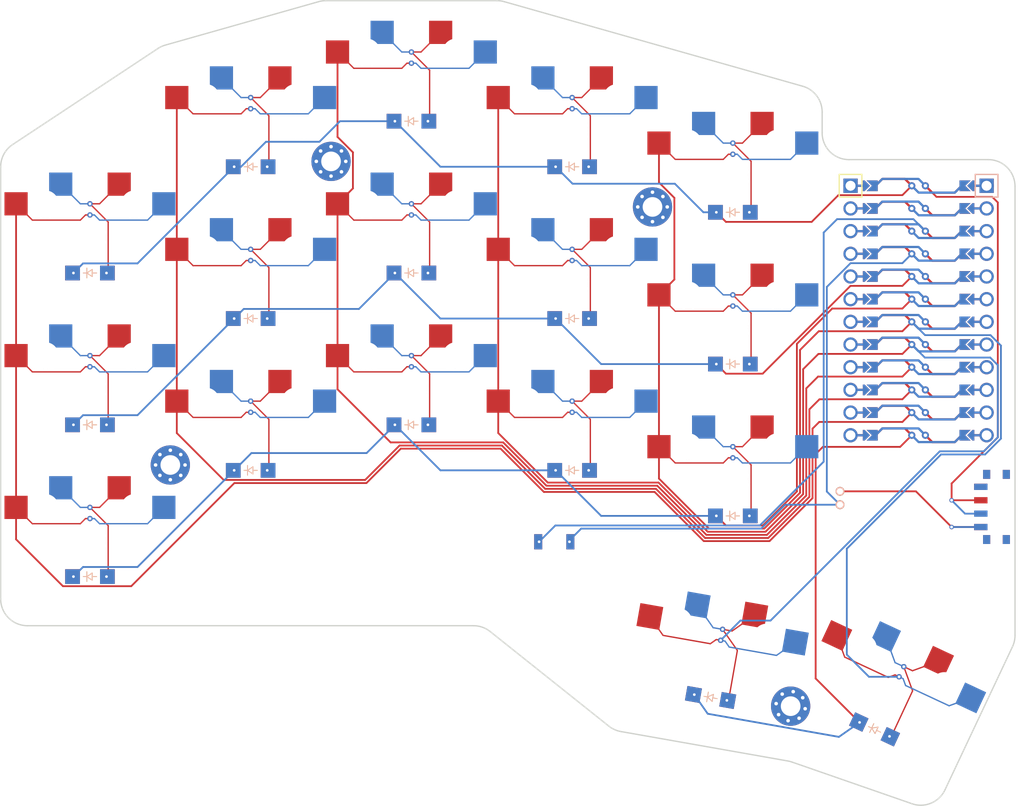
<source format=kicad_pcb>
(kicad_pcb (version 20221018) (generator pcbnew)
  (title_block (title "smcboard") (rev "v1.0.0") (company "Unknown"))
  (layers (0 "F.Cu" signal) (31 "B.Cu" signal) (34 "B.Paste" user) (35 "F.Paste" user) (36 "B.SilkS" user "B.Silkscreen") (37 "F.SilkS" user "F.Silkscreen") (38 "B.Mask" user) (39 "F.Mask" user) (44 "Edge.Cuts" user))
  (net 0 "")
  (net 1 "RAW")
  (net 2 "GND")
  (net 3 "RST")
  (net 4 "VCC")
  (net 5 "P21")
  (net 6 "P20")
  (net 7 "P19")
  (net 8 "P18")
  (net 9 "P15")
  (net 10 "P14")
  (net 11 "P16")
  (net 12 "P10")
  (net 13 "P1")
  (net 14 "P0")
  (net 15 "P2")
  (net 16 "P3")
  (net 17 "P4")
  (net 18 "P5")
  (net 19 "P6")
  (net 20 "P7")
  (net 21 "P8")
  (net 22 "P9")
  (net 23 "pos")
  (net 24 "pinky_bottom")
  (net 25 "pinky_home")
  (net 26 "pinky_top")
  (net 27 "ring_bottom")
  (net 28 "ring_home")
  (net 29 "ring_top")
  (net 30 "middle_bottom")
  (net 31 "middle_home")
  (net 32 "middle_top")
  (net 33 "index_bottom")
  (net 34 "index_home")
  (net 35 "index_top")
  (net 36 "inner_bottom")
  (net 37 "inner_home")
  (net 38 "inner_top")
  (net 39 "index_thome")
  (net 40 "inner_thome")
  (footprint "lib:bat" (layer "F.Cu") (at 183.327819 95.22931)
    (fp_text reference "")
    (fp_text value "")
  )
  (footprint "ComboDiode" (layer "F.Cu") (at 187.195241 121.140921 -25)
    (fp_text reference "D17" hide)
    (fp_text value "" hide)
  )
  (footprint "ComboDiode" (layer "F.Cu") (at 99.32782 87.02931)
    (fp_text reference "D2" hide)
    (fp_text value "" hide)
  )
  (footprint "MountingHole_2.2mm_M2_Pad_Via" (layer "F.Cu") (at 177.800686 118.54049 -10)
    (fp_text reference "_41" hide)
    (fp_text value "")
  )
  (footprint "VIA-0.6mm" (layer "F.Cu") (at 171.327819 89.47931)
    (fp_text reference "REF**" hide)
    (fp_text value "VIA-0.6mm" hide)
  )
  (footprint "ComboDiode" (layer "F.Cu") (at 171.32782 63.22931)
    (fp_text reference "D15" hide)
    (fp_text value "" hide)
  )
  (footprint "VIA-0.6mm" (layer "F.Cu") (at 153.32782 67.37931)
    (fp_text reference "REF**" hide)
    (fp_text value "VIA-0.6mm" hide)
  )
  (footprint "ComboDiode" (layer "F.Cu") (at 171.32782 80.22931)
    (fp_text reference "D14" hide)
    (fp_text value "" hide)
  )
  (footprint "PG1350" (layer "F.Cu") (at 135.327819 83.02931)
    (fp_text reference "S7" hide)
    (fp_text value "" hide)
  )
  (footprint "Button_Switch_SMD:SW_SPST_B3U-1000P" (layer "F.Cu") (at 151.327819 100.12931)
    (fp_text reference "")
    (fp_text value "")
  )
  (footprint "VIA-0.6mm" (layer "F.Cu") (at 171.32782 73.72931)
    (fp_text reference "REF**" hide)
    (fp_text value "VIA-0.6mm" hide)
  )
  (footprint "VIA-0.6mm" (layer "F.Cu") (at 117.32782 67.379309)
    (fp_text reference "REF**" hide)
    (fp_text value "VIA-0.6mm" hide)
  )
  (footprint "MountingHole_2.2mm_M2_Pad_Via" (layer "F.Cu") (at 126.327819 57.52931)
    (fp_text reference "_39" hide)
    (fp_text value "")
  )
  (footprint "ComboDiode" (layer "F.Cu") (at 135.327819 87.02931)
    (fp_text reference "D7" hide)
    (fp_text value "" hide)
  )
  (footprint "VIA-0.6mm" (layer "F.Cu") (at 99.32782 79.27931)
    (fp_text reference "REF**" hide)
    (fp_text value "VIA-0.6mm" hide)
  )
  (footprint "ComboDiode" (layer "F.Cu") (at 153.327819 92.12931)
    (fp_text reference "D10" hide)
    (fp_text value "" hide)
  )
  (footprint "PG1350" (layer "F.Cu") (at 99.327819 100.02931)
    (fp_text reference "S1" hide)
    (fp_text value "" hide)
  )
  (footprint "ComboDiode" (layer "F.Cu") (at 117.327819 75.12931)
    (fp_text reference "D5" hide)
    (fp_text value "" hide)
  )
  (footprint "VIA-0.6mm" (layer "F.Cu") (at 99.32782 63.52931)
    (fp_text reference "REF**" hide)
    (fp_text value "VIA-0.6mm" hide)
  )
  (footprint "VIA-0.6mm" (layer "F.Cu") (at 135.32782 62.27931)
    (fp_text reference "REF**" hide)
    (fp_text value "VIA-0.6mm" hide)
  )
  (footprint "VIA-0.6mm" (layer "F.Cu") (at 171.327819 55.47931)
    (fp_text reference "REF**" hide)
    (fp_text value "VIA-0.6mm" hide)
  )
  (footprint "MountingHole_2.2mm_M2_Pad_Via" (layer "F.Cu") (at 162.32782 62.62931)
    (fp_text reference "_40" hide)
    (fp_text value "")
  )
  (footprint "PG1350" (layer "F.Cu") (at 99.327819 83.02931)
    (fp_text reference "S2" hide)
    (fp_text value "" hide)
  )
  (footprint "VIA-0.6mm" (layer "F.Cu") (at 99.32782 80.52931)
    (fp_text reference "REF**" hide)
    (fp_text value "VIA-0.6mm" hide)
  )
  (footprint "VIA-0.6mm" (layer "F.Cu") (at 153.327819 51.62931)
    (fp_text reference "REF**" hide)
    (fp_text value "VIA-0.6mm" hide)
  )
  (footprint "VIA-0.6mm" (layer "F.Cu") (at 117.32782 51.62931)
    (fp_text reference "REF**" hide)
    (fp_text value "VIA-0.6mm" hide)
  )
  (footprint "VIA-0.6mm" (layer "F.Cu") (at 99.32782 62.27931)
    (fp_text reference "REF**" hide)
    (fp_text value "VIA-0.6mm" hide)
  )
  (footprint "PG1350" (layer "F.Cu") (at 117.32782 71.12931)
    (fp_text reference "S5" hide)
    (fp_text value "" hide)
  )
  (footprint "ComboDiode" (layer "F.Cu") (at 117.327819 92.129309)
    (fp_text reference "D4" hide)
    (fp_text value "" hide)
  )
  (footprint "VIA-0.6mm" (layer "F.Cu") (at 117.32782 84.37931)
    (fp_text reference "REF**" hide)
    (fp_text value "VIA-0.6mm" hide)
  )
  (footprint "VIA-0.6mm" (layer "F.Cu") (at 189.942259 115.249921 -25)
    (fp_text reference "REF**" hide)
    (fp_text value "VIA-0.6mm" hide)
  )
  (footprint "VIA-0.6mm" (layer "F.Cu") (at 99.32782 96.27931)
    (fp_text reference "REF**" hide)
    (fp_text value "VIA-0.6mm" hide)
  )
  (footprint "ProMicro" (layer "F.Cu") (at 192.12782 74.22931 -90)
    (fp_text reference "MCU1" hide)
    (fp_text value "")
  )
  (footprint "VIA-0.6mm" (layer "F.Cu") (at 171.32782 90.72931)
    (fp_text reference "REF**" hide)
    (fp_text value "VIA-0.6mm" hide)
  )
  (footprint "ComboDiode" (layer "F.Cu") (at 135.32782 53.02931)
    (fp_text reference "D9" hide)
    (fp_text value "" hide)
  )
  (footprint "VIA-0.6mm" (layer "F.Cu") (at 135.32782 63.529309)
    (fp_text reference "REF**" hide)
    (fp_text value "VIA-0.6mm" hide)
  )
  (footprint "VIA-0.6mm" (layer "F.Cu") (at 135.32782 46.52931)
    (fp_text reference "REF**" hide)
    (fp_text value "VIA-0.6mm" hide)
  )
  (footprint "PG1350" (layer "F.Cu") (at 171.32782 59.22931)
    (fp_text reference "S15" hide)
    (fp_text value "" hide)
  )
  (footprint "Button_Switch_SMD:SW_SPDT_PCM12" (layer "F.Cu") (at 200.52782 96.22931 90)
    (fp_text reference "")
    (fp_text value "")
  )
  (footprint "PG1350" (layer "F.Cu") (at 171.32782 76.229309)
    (fp_text reference "S14" hide)
    (fp_text value "" hide)
  )
  (footprint "PG1350" (layer "F.Cu") (at 135.327819 66.02931)
    (fp_text reference "S8" hide)
    (fp_text value "" hide)
  )
  (footprint "ComboDiode" (layer "F.Cu") (at 117.327819 58.12931)
    (fp_text reference "D6" hide)
    (fp_text value "" hide)
  )
  (footprint "VIA-0.6mm" (layer "F.Cu") (at 153.32782 50.37931)
    (fp_text reference "REF**" hide)
    (fp_text value "VIA-0.6mm" hide)
  )
  (footprint "ComboDiode" (layer "F.Cu") (at 135.32782 70.02931)
    (fp_text reference "D8" hide)
    (fp_text value "" hide)
  )
  (footprint "VIA-0.6mm" (layer "F.Cu") (at 99.32782 97.529309)
    (fp_text reference "REF**" hide)
    (fp_text value "VIA-0.6mm" hide)
  )
  (footprint "PG1350" (layer "F.Cu") (at 169.52782 113.62931 -10)
    (fp_text reference "S16" hide)
    (fp_text value "" hide)
  )
  (footprint "VIA-0.6mm" (layer "F.Cu") (at 117.32782 85.62931)
    (fp_text reference "REF**" hide)
    (fp_text value "VIA-0.6mm" hide)
  )
  (footprint "VIA-0.6mm" (layer "F.Cu") (at 117.32782 68.62931)
    (fp_text reference "REF**" hide)
    (fp_text value "VIA-0.6mm" hide)
  )
  (footprint "MountingHole_2.2mm_M2_Pad_Via" (layer "F.Cu") (at 108.32782 91.52931)
    (fp_text reference "_38" hide)
    (fp_text value "")
  )
  (footprint "PG1350" (layer "F.Cu") (at 117.32782 54.12931)
    (fp_text reference "S6" hide)
    (fp_text value "" hide)
  )
  (footprint "PG1350" (layer "F.Cu") (at 135.327819 49.02931)
    (fp_text reference "S9" hide)
    (fp_text value "" hide)
  )
  (footprint "VIA-0.6mm" (layer "F.Cu") (at 170.179001 109.936281 -10)
    (fp_text reference "REF**" hide)
    (fp_text value "VIA-0.6mm" hide)
  )
  (footprint "VIA-0.6mm" (layer "F.Cu") (at 171.327819 72.479309)
    (fp_text reference "REF**" hide)
    (fp_text value "VIA-0.6mm" hide)
  )
  (footprint "VIA-0.6mm" (layer "F.Cu") (at 135.32782 45.27931)
    (fp_text reference "REF**" hide)
    (fp_text value "VIA-0.6mm" hide)
  )
  (footprint "ComboDiode" (layer "F.Cu") (at 99.32782 104.02931)
    (fp_text reference "D1" hide)
    (fp_text value "" hide)
  )
  (footprint "VIA-0.6mm" (layer "F.Cu") (at 135.32782 79.27931)
    (fp_text reference "REF**" hide)
    (fp_text value "VIA-0.6mm" hide)
  )
  (footprint "PG1350" (layer "F.Cu") (at 99.327819 66.02931)
    (fp_text reference "S3" hide)
    (fp_text value "" hide)
  )
  (footprint "VIA-0.6mm" (layer "F.Cu") (at 169.961939 111.167291 -10)
    (fp_text reference "REF**" hide)
    (fp_text value "VIA-0.6mm" hide)
  )
  (footprint "VIA-0.6mm" (layer "F.Cu") (at 135.32782 80.52931)
    (fp_text reference "REF**" hide)
    (fp_text value "VIA-0.6mm" hide)
  )
  (footprint "PG1350" (layer "F.Cu") (at 171.32782 93.22931)
    (fp_text reference "S13" hide)
    (fp_text value "" hide)
  )
  (footprint "VIA-0.6mm" (layer "F.Cu") (at 153.32782 84.37931)
    (fp_text reference "REF**" hide)
    (fp_text value "VIA-0.6mm" hide)
  )
  (footprint "VIA-0.6mm" (layer "F.Cu") (at 153.327819 68.62931)
    (fp_text reference "REF**" hide)
    (fp_text value "VIA-0.6mm" hide)
  )
  (footprint "ComboDiode" (layer "F.Cu") (at 153.327819 58.129309)
    (fp_text reference "D12" hide)
    (fp_text value "" hide)
  )
  (footprint "PG1350" (layer "F.Cu") (at 188.885714 117.51569 -25)
    (fp_text reference "S17" hide)
    (fp_text value "" hide)
  )
  (footprint "ComboDiode" (layer "F.Cu") (at 153.327819 75.12931)
    (fp_text reference "D11" hide)
    (fp_text value "" hide)
  )
  (footprint "VIA-0.6mm" (layer "F.Cu") (at 190.470532 114.117036 -25)
    (fp_text reference "REF**" hide)
    (fp_text value "VIA-0.6mm" hide)
  )
  (footprint "PG1350" (layer "F.Cu") (at 153.32782 71.12931)
    (fp_text reference "S11" hide)
    (fp_text value "" hide)
  )
  (footprint "PG1350" (layer "F.Cu") (at 117.32782 88.12931)
    (fp_text reference "S4" hide)
    (fp_text value "" hide)
  )
  (footprint "ComboDiode" (layer "F.Cu") (at 171.32782 97.22931)
    (fp_text reference "D13" hide)
    (fp_text value "" hide)
  )
  (footprint "VIA-0.6mm" (layer "F.Cu") (at 153.327819 85.62931)
    (fp_text reference "REF**" hide)
    (fp_text value "VIA-0.6mm" hide)
  )
  (footprint "ComboDiode" (layer "F.Cu") (at 99.32782 70.02931)
    (fp_text reference "D3" hide)
    (fp_text value "" hide)
  )
  (footprint "PG1350" (layer "F.Cu") (at 153.32782 54.12931)
    (fp_text reference "S12" hide)
    (fp_text value "" hide)
  )
  (footprint "PG1350" (layer "F.Cu") (at 153.32782 88.12931)
    (fp_text reference "S10" hide)
    (fp_text value "" hide)
  )
  (footprint "VIA-0.6mm" (layer "F.Cu") (at 117.32782 50.37931)
    (fp_text reference "REF**" hide)
    (fp_text value "VIA-0.6mm" hide)
  )
  (footprint "ComboDiode" (layer "F.Cu") (at 168.833227 117.568541 -10)
    (fp_text reference "D16" hide)
    (fp_text value "" hide)
  )
  (footprint "VIA-0.6mm" (layer "F.Cu") (at 171.32782 56.72931)
    (fp_text reference "REF**" hide)
    (fp_text value "VIA-0.6mm" hide)
  )
  (gr_line (start 107.775943 44.502342) (end 124.926808 39.64293) (stroke (width 0.15)) (layer "Edge.Cuts"))
  (gr_line (start 181.32782 51.997402) (end 181.327819 54.32931) (stroke (width 0.15)) (layer "Edge.Cuts"))
  (gr_arc (start 202.92782 110.607441) (mid 202.855302 111.263069) (end 202.641254 111.887) (stroke (width 0.15)) (layer "Edge.Cuts"))
  (gr_arc (start 92.32782 109.52931) (mid 90.206499 108.65063) (end 89.32782 106.52931) (stroke (width 0.15)) (layer "Edge.Cuts"))
  (gr_line (start 157.433024 120.772584) (end 144.148393 110.18339) (stroke (width 0.15)) (layer "Edge.Cuts"))
  (gr_arc (start 199.92782 57.32931) (mid 202.04914 58.20799) (end 202.92782 60.32931) (stroke (width 0.15)) (layer "Edge.Cuts"))
  (gr_arc (start 195.084211 127.91248) (mid 193.533241 129.398545) (end 191.386327 129.466797) (stroke (width 0.15)) (layer "Edge.Cuts"))
  (gr_arc (start 144.911022 39.52931) (mid 145.323854 39.557851) (end 145.728831 39.64293) (stroke (width 0.15)) (layer "Edge.Cuts"))
  (gr_line (start 145.728831 39.64293) (end 179.145628 49.111022) (stroke (width 0.15)) (layer "Edge.Cuts"))
  (gr_arc (start 142.278457 109.529309) (mid 143.268973 109.697546) (end 144.148393 110.18339) (stroke (width 0.15)) (layer "Edge.Cuts"))
  (gr_line (start 202.641254 111.887) (end 195.084212 127.91248) (stroke (width 0.15)) (layer "Edge.Cuts"))
  (gr_line (start 125.744617 39.52931) (end 144.911022 39.52931) (stroke (width 0.15)) (layer "Edge.Cuts"))
  (gr_line (start 90.673357 55.639761) (end 106.939288 44.886173) (stroke (width 0.15)) (layer "Edge.Cuts"))
  (gr_line (start 202.92782 60.32931) (end 202.92782 110.607442) (stroke (width 0.15)) (layer "Edge.Cuts"))
  (gr_line (start 89.32782 106.52931) (end 89.32782 58.14231) (stroke (width 0.15)) (layer "Edge.Cuts"))
  (gr_line (start 177.489659 124.67975) (end 158.782015 121.381088) (stroke (width 0.15)) (layer "Edge.Cuts"))
  (gr_arc (start 89.32782 58.14231) (mid 89.68553 56.721639) (end 90.673357 55.639761) (stroke (width 0.15)) (layer "Edge.Cuts"))
  (gr_line (start 184.327819 57.32931) (end 199.92782 57.32931) (stroke (width 0.15)) (layer "Edge.Cuts"))
  (gr_arc (start 158.782015 121.381087) (mid 158.069409 121.161322) (end 157.433024 120.772584) (stroke (width 0.15)) (layer "Edge.Cuts"))
  (gr_line (start 191.386327 129.466797) (end 177.953166 124.800297) (stroke (width 0.15)) (layer "Edge.Cuts"))
  (gr_arc (start 177.48966 124.67975) (mid 177.723822 124.730759) (end 177.953166 124.800297) (stroke (width 0.15)) (layer "Edge.Cuts"))
  (gr_arc (start 106.939288 44.886173) (mid 107.342806 44.661977) (end 107.775943 44.502342) (stroke (width 0.15)) (layer "Edge.Cuts"))
  (gr_line (start 142.278457 109.529309) (end 92.32782 109.52931) (stroke (width 0.15)) (layer "Edge.Cuts"))
  (gr_arc (start 184.327819 57.32931) (mid 182.206499 56.45063) (end 181.327819 54.32931) (stroke (width 0.15)) (layer "Edge.Cuts"))
  (gr_arc (start 124.926808 39.64293) (mid 125.331785 39.557851) (end 125.744617 39.52931) (stroke (width 0.15)) (layer "Edge.Cuts"))
  (gr_arc (start 179.145628 49.111022) (mid 180.720875 50.188179) (end 181.32782 51.997402) (stroke (width 0.15)) (layer "Edge.Cuts"))
  (segment (start 195.827819 95.479309) (end 195.827819 93.604236) (width 0.2) (layer "F.Cu") (net 1))
  (segment (start 200.373435 61.5) (end 194.13051 61.5) (width 0.2) (layer "F.Cu") (net 1))
  (segment (start 201 62.126565) (end 200.373435 61.5) (width 0.2) (layer "F.Cu") (net 1))
  (segment (start 199.09782 95.47931) (end 195.827819 95.479309) (width 0.2) (layer "F.Cu") (net 1))
  (segment (start 194.13051 61.5) (end 192.88982 60.25931) (width 0.2) (layer "F.Cu") (net 1))
  (segment (start 195.827819 93.604236) (end 201 88.432055) (width 0.2) (layer "F.Cu") (net 1))
  (segment (start 201 88.432055) (end 201 62.126565) (width 0.2) (layer "F.Cu") (net 1))
  (segment (start 195.87782 95.47931) (end 195.82782 95.52931) (width 0.2) (layer "F.Cu") (net 1))
  (via (at 195.827819 95.479309) (size 0.5) (drill 0.3) (layers "F.Cu" "B.Cu") (net 1))
  (segment (start 197.327819 96.97931) (end 195.827819 95.479309) (width 0.2) (layer "B.Cu") (net 1))
  (segment (start 199.09782 96.979309) (end 197.327819 96.97931) (width 0.2) (layer "B.Cu") (net 1))
  (segment (start 153.027819 100.12931) (end 153.302819 100.40431) (width 0.2) (layer "F.Cu") (net 2))
  (segment (start 153.027819 100.12931) (end 153.027819 99.972181) (width 0.2) (layer "B.Cu") (net 2))
  (segment (start 153.027819 99.972181) (end 154.34569 98.65431) (width 0.2) (layer "B.Cu") (net 2))
  (segment (start 181.85 94.501491) (end 181.85 71.592205) (width 0.2) (layer "B.Cu") (net 2))
  (segment (start 183.327819 95.97931) (end 181.85 94.501491) (width 0.2) (layer "B.Cu") (net 2))
  (segment (start 184.512895 68.92931) (end 190.31582 68.92931) (width 0.2) (layer "B.Cu") (net 2))
  (segment (start 190.31582 68.92931) (end 191.36582 67.87931) (width 0.2) (layer "B.Cu") (net 2))
  (segment (start 154.34569 98.65431) (end 174.497795 98.65431) (width 0.2) (layer "B.Cu") (net 2))
  (segment (start 181.85 71.592205) (end 184.512895 68.92931) (width 0.2) (layer "B.Cu") (net 2))
  (segment (start 177.172795 95.97931) (end 183.327819 95.97931) (width 0.2) (layer "B.Cu") (net 2))
  (segment (start 174.497795 98.65431) (end 177.172795 95.97931) (width 0.2) (layer "B.Cu") (net 2))
  (segment (start 181.5 65.5) (end 183 64) (width 0.2) (layer "B.Cu") (net 3))
  (segment (start 191.55051 64) (end 192.88982 65.33931) (width 0.2) (layer "B.Cu") (net 3))
  (segment (start 183 64) (end 191.55051 64) (width 0.2) (layer "B.Cu") (net 3))
  (segment (start 181.5 91.15713) (end 181.5 65.5) (width 0.2) (layer "B.Cu") (net 3))
  (segment (start 174.35282 98.30431) (end 181.5 91.15713) (width 0.2) (layer "B.Cu") (net 3))
  (segment (start 149.627819 100.12931) (end 151.452819 98.30431) (width 0.2) (layer "B.Cu") (net 3))
  (segment (start 151.452819 98.30431) (end 174.35282 98.30431) (width 0.2) (layer "B.Cu") (net 3))
  (segment (start 180.15351 64.30431) (end 183.14851 61.30931) (width 0.2) (layer "F.Cu") (net 13))
  (segment (start 183.14851 61.30931) (end 190.31582 61.30931) (width 0.2) (layer "F.Cu") (net 13))
  (segment (start 169.47782 63.22931) (end 170.55282 64.30431) (width 0.2) (layer "F.Cu") (net 13))
  (segment (start 170.55282 64.30431) (end 180.15351 64.30431) (width 0.2) (layer "F.Cu") (net 13))
  (segment (start 190.31582 61.30931) (end 191.36582 60.25931) (width 0.2) (layer "F.Cu") (net 13))
  (segment (start 97.47782 70.02931) (end 98.552819 68.95431) (width 0.2) (layer "B.Cu") (net 13))
  (segment (start 98.552819 68.95431) (end 104.65282 68.95431) (width 0.2) (layer "B.Cu") (net 13))
  (segment (start 125.02692 55.33021) (end 127.32782 53.029309) (width 0.2) (layer "B.Cu") (net 13))
  (segment (start 164.82782 60.02931) (end 168.02782 63.22931) (width 0.2) (layer "B.Cu") (net 13))
  (segment (start 115.47782 58.12931) (end 116.247463 58.12931) (width 0.2) (layer "B.Cu") (net 13))
  (segment (start 133.47782 53.02931) (end 138.57782 58.12931) (width 0.2) (layer "B.Cu") (net 13))
  (segment (start 116.247463 58.12931) (end 119.046564 55.33021) (width 0.2) (layer "B.Cu") (net 13))
  (segment (start 138.57782 58.12931) (end 151.47782 58.129309) (width 0.2) (layer "B.Cu") (net 13))
  (segment (start 168.02782 63.22931) (end 169.477819 63.22931) (width 0.2) (layer "B.Cu") (net 13))
  (segment (start 104.65282 68.95431) (end 115.47782 58.12931) (width 0.2) (layer "B.Cu") (net 13))
  (segment (start 119.046564 55.33021) (end 125.02692 55.33021) (width 0.2) (layer "B.Cu") (net 13))
  (segment (start 151.47782 58.129309) (end 153.377819 60.02931) (width 0.2) (layer "B.Cu") (net 13))
  (segment (start 127.32782 53.029309) (end 133.47782 53.02931) (width 0.2) (layer "B.Cu") (net 13))
  (segment (start 153.377819 60.02931) (end 164.82782 60.02931) (width 0.2) (layer "B.Cu") (net 13))
  (segment (start 190.31582 71.46931) (end 191.36582 70.41931) (width 0.2) (layer "F.Cu") (net 15))
  (segment (start 184.5 71.46931) (end 190.31582 71.46931) (width 0.2) (layer "F.Cu") (net 15))
  (segment (start 170.55282 81.30431) (end 174.665 81.30431) (width 0.2) (layer "F.Cu") (net 15))
  (segment (start 169.47782 80.22931) (end 170.55282 81.30431) (width 0.2) (layer "F.Cu") (net 15))
  (segment (start 174.665 81.30431) (end 184.5 71.46931) (width 0.2) (layer "F.Cu") (net 15))
  (segment (start 138.57782 75.12931) (end 151.47782 75.12931) (width 0.2) (layer "B.Cu") (net 15))
  (segment (start 151.47782 75.12931) (end 156.577819 80.22931) (width 0.2) (layer "B.Cu") (net 15))
  (segment (start 115.47782 75.12931) (end 116.55282 74.05431) (width 0.2) (layer "B.Cu") (net 15))
  (segment (start 133.47782 70.02931) (end 138.57782 75.12931) (width 0.2) (layer "B.Cu") (net 15))
  (segment (start 104.65282 85.95431) (end 115.47782 75.12931) (width 0.2) (layer "B.Cu") (net 15))
  (segment (start 97.47782 87.02931) (end 98.552819 85.95431) (width 0.2) (layer "B.Cu") (net 15))
  (segment (start 116.55282 74.05431) (end 129.45282 74.05431) (width 0.2) (layer "B.Cu") (net 15))
  (segment (start 129.45282 74.05431) (end 133.47782 70.02931) (width 0.2) (layer "B.Cu") (net 15))
  (segment (start 156.577819 80.22931) (end 169.477819 80.22931) (width 0.2) (layer "B.Cu") (net 15))
  (segment (start 98.552819 85.95431) (end 104.65282 85.95431) (width 0.2) (layer "B.Cu") (net 15))
  (segment (start 178.5 77.964284) (end 182.454974 74.00931) (width 0.2) (layer "F.Cu") (net 16))
  (segment (start 190.31582 74.00931) (end 191.36582 72.95931) (width 0.2) (layer "F.Cu") (net 16))
  (segment (start 170.55282 98.30431) (end 174.69569 98.30431) (width 0.2) (layer "F.Cu") (net 16))
  (segment (start 169.47782 97.22931) (end 170.55282 98.30431) (width 0.2) (layer "F.Cu") (net 16))
  (segment (start 174.69569 98.30431) (end 178.5 94.5) (width 0.2) (layer "F.Cu") (net 16))
  (segment (start 178.5 94.5) (end 178.5 77.964284) (width 0.2) (layer "F.Cu") (net 16))
  (segment (start 182.454974 74.00931) (end 190.31582 74.00931) (width 0.2) (layer "F.Cu") (net 16))
  (segment (start 115.47782 92.129309) (end 117.413319 90.19381) (width 0.2) (layer "B.Cu") (net 16))
  (segment (start 130.313319 90.19381) (end 133.47782 87.02931) (width 0.2) (layer "B.Cu") (net 16))
  (segment (start 138.57782 92.12931) (end 151.47782 92.12931) (width 0.2) (layer "B.Cu") (net 16))
  (segment (start 98.552819 102.95431) (end 104.65282 102.95431) (width 0.2) (layer "B.Cu") (net 16))
  (segment (start 104.65282 102.95431) (end 115.47782 92.129309) (width 0.2) (layer "B.Cu") (net 16))
  (segment (start 133.47782 87.02931) (end 138.57782 92.12931) (width 0.2) (layer "B.Cu") (net 16))
  (segment (start 156.577819 97.22931) (end 169.477819 97.229309) (width 0.2) (layer "B.Cu") (net 16))
  (segment (start 151.47782 92.12931) (end 156.577819 97.22931) (width 0.2) (layer "B.Cu") (net 16))
  (segment (start 97.47782 104.02931) (end 98.552819 102.95431) (width 0.2) (layer "B.Cu") (net 16))
  (segment (start 117.413319 90.19381) (end 130.313319 90.19381) (width 0.2) (layer "B.Cu") (net 16))
  (segment (start 189.489104 115.038611) (end 189.942258 115.24992) (width 0.15) (layer "F.Cu") (net 17))
  (segment (start 178.85 78.65) (end 180.95069 76.54931) (width 0.2) (layer "F.Cu") (net 17))
  (segment (start 163.05282 72.47931) (end 163.05282 89.47931) (width 0.2) (layer "F.Cu") (net 17))
  (segment (start 163.05282 89.47931) (end 163.05282 93.05431) (width 0.2) (layer "F.Cu") (net 17))
  (segment (start 163.05282 59.889486) (end 164.77782 61.614486) (width 0.2) (layer "F.Cu") (net 17))
  (segment (start 164.877819 57.30431) (end 170.25282 57.30431) (width 0.15) (layer "F.Cu") (net 17))
  (segment (start 183.853569 113.045159) (end 188.724972 115.316732) (width 0.15) (layer "F.Cu") (net 17))
  (segment (start 163.05282 55.47931) (end 164.877819 57.30431) (width 0.15) (layer "F.Cu") (net 17))
  (segment (start 188.724972 115.316732) (end 189.489104 115.038611) (width 0.15) (layer "F.Cu") (net 17))
  (segment (start 178.85 94.644974) (end 178.85 78.65) (width 0.2) (layer "F.Cu") (net 17))
  (segment (start 182.970833 110.619868) (end 183.853569 113.045159) (width 0.15) (layer "F.Cu") (net 17))
  (segment (start 163.05282 55.47931) (end 163.05282 59.889486) (width 0.2) (layer "F.Cu") (net 17))
  (segment (start 164.777819 70.75431) (end 163.05282 72.47931) (width 0.2) (layer "F.Cu") (net 17))
  (segment (start 163.05282 72.47931) (end 164.87782 74.30431) (width 0.15) (layer "F.Cu") (net 17))
  (segment (start 170.25282 57.30431) (end 170.82782 56.72931) (width 0.15) (layer "F.Cu") (net 17))
  (segment (start 164.87782 74.30431) (end 170.25282 74.30431) (width 0.15) (layer "F.Cu") (net 17))
  (segment (start 163.05282 89.47931) (end 164.877819 91.30431) (width 0.15) (layer "F.Cu") (net 17))
  (segment (start 170.82782 73.72931) (end 171.32782 73.72931) (width 0.15) (layer "F.Cu") (net 17))
  (segment (start 170.82782 56.72931) (end 171.32782 56.72931) (width 0.15) (layer "F.Cu") (net 17))
  (segment (start 170.25282 91.30431) (end 170.82782 90.72931) (width 0.15) (layer "F.Cu") (net 17))
  (segment (start 164.877819 91.30431) (end 170.25282 91.30431) (width 0.15) (layer "F.Cu") (net 17))
  (segment (start 174.840664 98.65431) (end 178.85 94.644974) (width 0.2) (layer "F.Cu") (net 17))
  (segment (start 170.25282 74.30431) (end 170.82782 73.72931) (width 0.15) (layer "F.Cu") (net 17))
  (segment (start 168.65282 98.65431) (end 174.840664 98.65431) (width 0.2) (layer "F.Cu") (net 17))
  (segment (start 190.31582 76.54931) (end 191.36582 75.49931) (width 0.2) (layer "F.Cu") (net 17))
  (segment (start 163.05282 93.05431) (end 168.65282 98.65431) (width 0.2) (layer "F.Cu") (net 17))
  (segment (start 180.95069 76.54931) (end 190.31582 76.54931) (width 0.2) (layer "F.Cu") (net 17))
  (segment (start 164.77782 61.614486) (end 164.777819 70.75431) (width 0.2) (layer "F.Cu") (net 17))
  (segment (start 170.82782 90.72931) (end 171.32782 90.72931) (width 0.15) (layer "F.Cu") (net 17))
  (segment (start 171.827819 90.72931) (end 171.32782 90.72931) (width 0.15) (layer "B.Cu") (net 17))
  (segment (start 179.602819 55.47931) (end 177.777819 57.30431) (width 0.15) (layer "B.Cu") (net 17))
  (segment (start 190.395412 115.46123) (end 189.942258 115.24992) (width 0.15) (layer "B.Cu") (net 17))
  (segment (start 179.602819 89.47931) (end 177.777819 91.30431) (width 0.15) (layer "B.Cu") (net 17))
  (segment (start 194.644974 90.35) (end 199.577029 90.35) (width 0.2) (layer "B.Cu") (net 17))
  (segment (start 172.40282 57.30431) (end 171.827819 56.72931) (width 0.15) (layer "B.Cu") (net 17))
  (segment (start 172.40282 91.30431) (end 171.827819 90.72931) (width 0.15) (layer "B.Cu") (net 17))
  (segment (start 171.827819 56.72931) (end 171.32782 56.72931) (width 0.15) (layer "B.Cu") (net 17))
  (segment (start 201.35 88.577029) (end 201.35 78.156565) (width 0.2) (layer "B.Cu") (net 17))
  (segment (start 195.544939 118.496935) (end 190.673534 116.225362) (width 0.15) (layer "B.Cu") (net 17))
  (segment (start 199.577029 90.35) (end 201.35 88.577029) (width 0.2) (layer "B.Cu") (net 17))
  (segment (start 177.777819 91.30431) (end 172.40282 91.30431) (width 0.15) (layer "B.Cu") (net 17))
  (segment (start 200.182745 76.98931) (end 192.85582 76.98931) (width 0.2) (layer "B.Cu") (net 17))
  (segment (start 197.970229 117.614202) (end 195.544939 118.496935) (width 0.15) (layer "B.Cu") (net 17))
  (segment (start 189.942259 115.249921) (end 186.568676 115.249921) (width 0.2) (layer "B.Cu") (net 17))
  (segment (start 190.673534 116.225362) (end 190.395412 115.46123) (width 0.15) (layer "B.Cu") (net 17))
  (segment (start 186.568676 115.249921) (end 184.088994 112.770239) (width 0.2) (layer "B.Cu") (net 17))
  (segment (start 171.827819 73.72931) (end 171.32782 73.72931) (width 0.15) (layer "B.Cu") (net 17))
  (segment (start 177.777819 74.30431) (end 172.40282 74.30431) (width 0.15) (layer "B.Cu") (net 17))
  (segment (start 184.088994 112.770239) (end 184.088994 100.90598) (width 0.2) (layer "B.Cu") (net 17))
  (segment (start 184.088994 100.90598) (end 194.644974 90.35) (width 0.2) (layer "B.Cu") (net 17))
  (segment (start 172.40282 74.30431) (end 171.827819 73.72931) (width 0.15) (layer "B.Cu") (net 17))
  (segment (start 192.85582 76.98931) (end 191.36582 75.49931) (width 0.2) (layer "B.Cu") (net 17))
  (segment (start 179.602819 72.47931) (end 177.777819 74.30431) (width 0.15) (layer "B.Cu") (net 17))
  (segment (start 177.777819 57.30431) (end 172.40282 57.30431) (width 0.15) (layer "B.Cu") (net 17))
  (segment (start 201.35 78.156565) (end 200.182745 76.98931) (width 0.2) (layer "B.Cu") (net 17))
  (segment (start 179.2 80.8) (end 180.91069 79.08931) (width 0.2) (layer "F.Cu") (net 18))
  (segment (start 146.87782 86.20431) (end 152.25282 86.20431) (width 0.15) (layer "F.Cu") (net 18))
  (segment (start 190.31582 79.08931) (end 191.36582 78.03931) (width 0.2) (layer "F.Cu") (net 18))
  (segment (start 152.25282 86.20431) (end 152.827819 85.62931) (width 0.15) (layer "F.Cu") (net 18))
  (segment (start 145.05282 84.37931) (end 146.87782 86.20431) (width 0.15) (layer "F.Cu") (net 18))
  (segment (start 163.003536 93.5) (end 168.507846 99.00431) (width 0.2) (layer "F.Cu") (net 18))
  (segment (start 169.469535 111.080467) (end 169.961939 111.167291) (width 0.15) (layer "F.Cu") (net 18))
  (segment (start 168.803423 111.546883) (end 169.469535 111.080467) (width 0.15) (layer "F.Cu") (net 18))
  (segment (start 168.507846 99.00431) (end 174.985638 99.00431) (width 0.2) (layer "F.Cu") (net 18))
  (segment (start 174.985638 99.00431) (end 179.2 94.789948) (width 0.2) (layer "F.Cu") (net 18))
  (segment (start 152.25282 52.20431) (end 152.827819 51.62931) (width 0.15) (layer "F.Cu") (net 18))
  (segment (start 162.029715 108.499342) (end 163.510083 110.613524) (width 0.15) (layer "F.Cu") (net 18))
  (segment (start 145.05282 50.37931) (end 146.87782 52.20431) (width 0.15) (layer "F.Cu") (net 18))
  (segment (start 152.25282 69.20431) (end 152.827819 68.62931) (width 0.15) (layer "F.Cu") (net 18))
  (segment (start 145.05282 84.37931) (end 145.05282 87.954311) (width 0.2) (layer "F.Cu") (net 18))
  (segment (start 179.2 94.789948) (end 179.2 80.8) (width 0.2) (layer "F.Cu") (net 18))
  (segment (start 163.510083 110.613524) (end 168.803423 111.546883) (width 0.15) (layer "F.Cu") (net 18))
  (segment (start 145.05282 87.954311) (end 150.598509 93.5) (width 0.2) (layer "F.Cu") (net 18))
  (segment (start 146.87782 52.20431) (end 152.25282 52.20431) (width 0.15) (layer "F.Cu") (net 18))
  (segment (start 146.87782 69.20431) (end 152.25282 69.20431) (width 0.15) (layer "F.Cu") (net 18))
  (segment (start 152.827819 68.62931) (end 153.327819 68.62931) (width 0.15) (layer "F.Cu") (net 18))
  (segment (start 145.05282 67.37931) (end 145.05282 84.37931) (width 0.2) (layer "F.Cu") (net 18))
  (segment (start 150.598509 93.5) (end 163.003536 93.5) (width 0.2) (layer "F.Cu") (net 18))
  (segment (start 152.827819 51.62931) (end 153.327819 51.62931) (width 0.15) (layer "F.Cu") (net 18))
  (segment (start 180.91069 79.08931) (end 190.31582 79.08931) (width 0.2) (layer "F.Cu") (net 18))
  (segment (start 152.827819 85.62931) (end 153.327819 85.62931) (width 0.15) (layer "F.Cu") (net 18))
  (segment (start 145.05282 50.37931) (end 145.05282 67.37931) (width 0.2) (layer "F.Cu") (net 18))
  (segment (start 145.05282 67.37931) (end 146.87782 69.20431) (width 0.15) (layer "F.Cu") (net 18))
  (segment (start 161.60282 67.379309) (end 159.77782 69.204309) (width 0.15) (layer "B.Cu") (net 18))
  (segment (start 192.82651 79.5) (end 191.36582 78.03931) (width 0.2) (layer "B.Cu") (net 18))
  (segment (start 159.77782 52.20431) (end 154.402819 52.20431) (width 0.15) (layer "B.Cu") (net 18))
  (segment (start 199.432055 90) (end 201 88.432055) (width 0.2) (layer "B.Cu") (net 18))
  (segment (start 170.920761 111.920227) (end 170.454344 111.254115) (width 0.15) (layer "B.Cu") (net 18))
  (segment (start 154.402819 86.20431) (end 153.82782 85.629309) (width 0.15) (layer "B.Cu") (net 18))
  (segment (start 172.174708 108.954522) (end 175.545478 108.954522) (width 0.2) (layer "B.Cu") (net 18))
  (segment (start 159.77782 86.20431) (end 154.402819 86.20431) (width 0.15) (layer "B.Cu") (net 18))
  (segment (start 169.961939 111.167291) (end 172.174708 108.954522) (width 0.2) (layer "B.Cu") (net 18))
  (segment (start 201 80.346565) (end 200.153435 79.5) (width 0.2) (layer "B.Cu") (net 18))
  (segment (start 154.402819 69.204309) (end 153.82782 68.62931) (width 0.15) (layer "B.Cu") (net 18))
  (segment (start 153.82782 51.62931) (end 153.327819 51.62931) (width 0.15) (layer "B.Cu") (net 18))
  (segment (start 175.545478 108.954522) (end 194.5 90) (width 0.2) (layer "B.Cu") (net 18))
  (segment (start 161.60282 84.37931) (end 159.77782 86.20431) (width 0.15) (layer "B.Cu") (net 18))
  (segment (start 176.214103 112.853586) (end 170.920761 111.920227) (width 0.15) (layer "B.Cu") (net 18))
  (segment (start 159.77782 69.204309) (end 154.402819 69.204309) (width 0.15) (layer "B.Cu") (net 18))
  (segment (start 153.82782 85.629309) (end 153.327819 85.62931) (width 0.15) (layer "B.Cu") (net 18))
  (segment (start 200.153435 79.5) (end 192.82651 79.5) (width 0.2) (layer "B.Cu") (net 18))
  (segment (start 178.328285 111.37322) (end 176.214103 112.853586) (width 0.15) (layer "B.Cu") (net 18))
  (segment (start 153.82782 68.62931) (end 153.327819 68.62931) (width 0.15) (layer "B.Cu") (net 18))
  (segment (start 170.454344 111.254115) (end 169.961939 111.167291) (width 0.15) (layer "B.Cu") (net 18))
  (segment (start 154.402819 52.20431) (end 153.82782 51.62931) (width 0.15) (layer "B.Cu") (net 18))
  (segment (start 194.5 90) (end 199.432055 90) (width 0.2) (layer "B.Cu") (net 18))
  (segment (start 201 88.432055) (end 201 80.346565) (width 0.2) (layer "B.Cu") (net 18))
  (segment (start 161.602819 50.37931) (end 159.77782 52.20431) (width 0.15) (layer "B.Cu") (net 18))
  (segment (start 128.87782 81.10431) (end 134.252819 81.104309) (width 0.15) (layer "F.Cu") (net 19))
  (segment (start 175.14569 99.35431) (end 179.55 94.95) (width 0.2) (layer "F.Cu") (net 19))
  (segment (start 127.052819 79.27931) (end 127.052819 83.052819) (width 0.2) (layer "F.Cu") (net 19))
  (segment (start 128.87782 64.10431) (end 134.252819 64.10431) (width 0.15) (layer "F.Cu") (net 19))
  (segment (start 127.05282 79.27931) (end 128.87782 81.10431) (width 0.15) (layer "F.Cu") (net 19))
  (segment (start 127.05282 62.27931) (end 127.05282 79.27931) (width 0.2) (layer "F.Cu") (net 19))
  (segment (start 128.87782 47.10431) (end 134.252819 47.10431) (width 0.15) (layer "F.Cu") (net 19))
  (segment (start 127.052819 83.052819) (end 133 89) (width 0.2) (layer "F.Cu") (net 19))
  (segment (start 180.87069 81.62931) (end 190.31582 81.62931) (width 0.2) (layer "F.Cu") (net 19))
  (segment (start 127.05282 45.27931) (end 128.87782 47.10431) (width 0.15) (layer "F.Cu") (net 19))
  (segment (start 133 89) (end 145.603535 89) (width 0.2) (layer "F.Cu") (net 19))
  (segment (start 134.82782 80.52931) (end 135.32782 80.52931) (width 0.15) (layer "F.Cu") (net 19))
  (segment (start 190.31582 81.62931) (end 191.36582 80.57931) (width 0.2) (layer "F.Cu") (net 19))
  (segment (start 179.55 82.95) (end 180.87069 81.62931) (width 0.2) (layer "F.Cu") (net 19))
  (segment (start 168.362872 99.35431) (end 175.14569 99.35431) (width 0.2) (layer "F.Cu") (net 19))
  (segment (start 134.827819 63.52931) (end 135.32782 63.529309) (width 0.15) (layer "F.Cu") (net 19))
  (segment (start 128.77782 56.514486) (end 128.77782 60.55431) (width 0.2) (layer "F.Cu") (net 19))
  (segment (start 127.05282 62.27931) (end 128.87782 64.10431) (width 0.15) (layer "F.Cu") (net 19))
  (segment (start 179.55 94.95) (end 179.55 82.95) (width 0.2) (layer "F.Cu") (net 19))
  (segment (start 162.858562 93.85) (end 168.362872 99.35431) (width 0.2) (layer "F.Cu") (net 19))
  (segment (start 134.252819 81.104309) (end 134.82782 80.52931) (width 0.15) (layer "F.Cu") (net 19))
  (segment (start 145.603535 89) (end 150.453535 93.85) (width 0.2) (layer "F.Cu") (net 19))
  (segment (start 134.252819 47.10431) (end 134.82782 46.52931) (width 0.15) (layer "F.Cu") (net 19))
  (segment (start 127.052819 54.789486) (end 128.77782 56.514486) (width 0.2) (layer "F.Cu") (net 19))
  (segment (start 150.453535 93.85) (end 162.858562 93.85) (width 0.2) (layer "F.Cu") (net 19))
  (segment (start 134.82782 46.52931) (end 135.32782 46.52931) (width 0.15) (layer "F.Cu") (net 19))
  (segment (start 128.77782 60.55431) (end 127.05282 62.27931) (width 0.2) (layer "F.Cu") (net 19))
  (segment (start 127.05282 45.27931) (end 127.052819 54.789486) (width 0.2) (layer "F.Cu") (net 19))
  (segment (start 134.252819 64.10431) (end 134.827819 63.52931) (width 0.15) (layer "F.Cu") (net 19))
  (segment (start 141.77782 47.10431) (end 136.40282 47.10431) (width 0.15) (layer "B.Cu") (net 19))
  (segment (start 141.77782 64.10431) (end 136.40282 64.10431) (width 0.15) (layer "B.Cu") (net 19))
  (segment (start 135.82782 46.52931) (end 135.32782 46.52931) (width 0.15) (layer "B.Cu") (net 19))
  (segment (start 143.60282 62.27931) (end 141.77782 64.10431) (width 0.15) (layer "B.Cu") (net 19))
  (segment (start 136.40282 64.10431) (end 135.82782 63.52931) (width 0.15) (layer "B.Cu") (net 19))
  (segment (start 143.60282 79.27931) (end 141.77782 81.10431) (width 0.15) (layer "B.Cu") (net 19))
  (segment (start 141.77782 81.10431) (end 136.40282 81.10431) (width 0.15) (layer "B.Cu") (net 19))
  (segment (start 135.82782 63.52931) (end 135.32782 63.529309) (width 0.15) (layer "B.Cu") (net 19))
  (segment (start 136.40282 81.10431) (end 135.82782 80.52931) (width 0.15) (layer "B.Cu") (net 19))
  (segment (start 135.82782 80.52931) (end 135.32782 80.52931) (width 0.15) (layer "B.Cu") (net 19))
  (segment (start 143.60282 45.27931) (end 141.77782 47.10431) (width 0.15) (layer "B.Cu") (net 19))
  (segment (start 136.40282 47.10431) (end 135.82782 46.52931) (width 0.15) (layer "B.Cu") (net 19))
  (segment (start 109.05282 87.95431) (end 114.302819 93.204309) (width 0.2) (layer "F.Cu") (net 20))
  (segment (start 116.25282 69.20431) (end 116.827819 68.62931) (width 0.15) (layer "F.Cu") (net 20))
  (segment (start 116.827819 68.62931) (end 117.32782 68.62931) (width 0.15) (layer "F.Cu") (net 20))
  (segment (start 190.31582 84.16931) (end 191.36582 83.11931) (width 0.2) (layer "F.Cu") (net 20))
  (segment (start 179.9 95.094974) (end 179.9 85.3) (width 0.2) (layer "F.Cu") (net 20))
  (segment (start 110.87782 86.20431) (end 116.25282 86.20431) (width 0.15) (layer "F.Cu") (net 20))
  (segment (start 109.05282 84.37931) (end 110.87782 86.20431) (width 0.15) (layer "F.Cu") (net 20))
  (segment (start 110.87782 52.20431) (end 116.25282 52.20431) (width 0.15) (layer "F.Cu") (net 20))
  (segment (start 162.713588 94.2) (end 168.217898 99.70431) (width 0.2) (layer "F.Cu") (net 20))
  (segment (start 109.05282 84.37931) (end 109.05282 87.95431) (width 0.2) (layer "F.Cu") (net 20))
  (segment (start 114.302819 93.204309) (end 130.145691 93.204309) (width 0.2) (layer "F.Cu") (net 20))
  (segment (start 116.25282 52.20431) (end 116.82782 51.629309) (width 0.15) (layer "F.Cu") (net 20))
  (segment (start 109.05282 67.37931) (end 109.05282 84.37931) (width 0.2) (layer "F.Cu") (net 20))
  (segment (start 145.458561 89.35) (end 150.308561 94.2) (width 0.2) (layer "F.Cu") (net 20))
  (segment (start 116.82782 51.629309) (end 117.32782 51.62931) (width 0.15) (layer "F.Cu") (net 20))
  (segment (start 116.25282 86.20431) (end 116.827819 85.62931) (width 0.15) (layer "F.Cu") (net 20))
  (segment (start 175.290664 99.70431) (end 179.9 95.094974) (width 0.2) (layer "F.Cu") (net 20))
  (segment (start 109.05282 50.37931) (end 110.87782 52.20431) (width 0.15) (layer "F.Cu") (net 20))
  (segment (start 130.145691 93.204309) (end 134 89.35) (width 0.2) (layer "F.Cu") (net 20))
  (segment (start 179.9 85.3) (end 181.03069 84.16931) (width 0.2) (layer "F.Cu") (net 20))
  (segment (start 181.03069 84.16931) (end 190.31582 84.16931) (width 0.2) (layer "F.Cu") (net 20))
  (segment (start 109.05282 50.37931) (end 109.05282 67.37931) (width 0.2) (layer "F.Cu") (net 20))
  (segment (start 168.217898 99.70431) (end 175.290664 99.70431) (width 0.2) (layer "F.Cu") (net 20))
  (segment (start 134 89.35) (end 145.458561 89.35) (width 0.2) (layer "F.Cu") (net 20))
  (segment (start 109.05282 67.37931) (end 110.87782 69.20431) (width 0.15) (layer "F.Cu") (net 20))
  (segment (start 110.87782 69.20431) (end 116.25282 69.20431) (width 0.15) (layer "F.Cu") (net 20))
  (segment (start 116.827819 85.62931) (end 117.32782 85.62931) (width 0.15) (layer "F.Cu") (net 20))
  (segment (start 150.308561 94.2) (end 162.713588 94.2) (width 0.2) (layer "F.Cu") (net 20))
  (segment (start 118.402819 69.20431) (end 117.82782 68.62931) (width 0.15) (layer "B.Cu") (net 20))
  (segment (start 117.82782 51.62931) (end 117.32782 51.62931) (width 0.15) (layer "B.Cu") (net 20))
  (segment (start 125.60282 84.37931) (end 123.77782 86.20431) (width 0.15) (layer "B.Cu") (net 20))
  (segment (start 117.82782 85.62931) (end 117.32782 85.62931) (width 0.15) (layer "B.Cu") (net 20))
  (segment (start 123.77782 86.20431) (end 118.402819 86.20431) (width 0.15) (layer "B.Cu") (net 20))
  (segment (start 125.60282 67.37931) (end 123.77782 69.20431) (width 0.15) (layer "B.Cu") (net 20))
  (segment (start 118.40282 52.20431) (end 117.82782 51.62931) (width 0.15) (layer "B.Cu") (net 20))
  (segment (start 123.77782 52.20431) (end 118.40282 52.20431) (width 0.15) (layer "B.Cu") (net 20))
  (segment (start 118.402819 86.20431) (end 117.82782 85.62931) (width 0.15) (layer "B.Cu") (net 20))
  (segment (start 123.77782 69.20431) (end 118.402819 69.20431) (width 0.15) (layer "B.Cu") (net 20))
  (segment (start 125.60282 50.37931) (end 123.77782 52.20431) (width 0.15) (layer "B.Cu") (net 20))
  (segment (start 117.82782 68.62931) (end 117.32782 68.62931) (width 0.15) (layer "B.Cu") (net 20))
  (segment (start 92.87782 81.10431) (end 98.252819 81.10431) (width 0.15) (layer "F.Cu") (net 21))
  (segment (start 96.30282 105.10431) (end 103.949999 105.10431) (width 0.2) (layer "F.Cu") (net 21))
  (segment (start 145.313587 89.7) (end 150.163587 94.55) (width 0.2) (layer "F.Cu") (net 21))
  (segment (start 150.163587 94.55) (end 162.568614 94.55) (width 0.2) (layer "F.Cu") (net 21))
  (segment (start 180.25 87.45931) (end 181 86.70931) (width 0.2) (layer "F.Cu") (net 21))
  (segment (start 92.87782 98.10431) (end 98.252819 98.10431) (width 0.15) (layer "F.Cu") (net 21))
  (segment (start 168.072924 100.05431) (end 175.435638 100.05431) (width 0.2) (layer "F.Cu") (net 21))
  (segment (start 91.05282 79.27931) (end 92.87782 81.10431) (width 0.15) (layer "F.Cu") (net 21))
  (segment (start 91.052819 96.27931) (end 91.052819 99.854309) (width 0.2) (layer "F.Cu") (net 21))
  (segment (start 115.5 93.554309) (end 130.290665 93.554309) (width 0.2) (layer "F.Cu") (net 21))
  (segment (start 103.949999 105.10431) (end 115.5 93.554309) (width 0.2) (layer "F.Cu") (net 21))
  (segment (start 91.05282 62.27931) (end 92.87782 64.10431) (width 0.15) (layer "F.Cu") (net 21))
  (segment (start 98.252819 64.10431) (end 98.82782 63.52931) (width 0.15) (layer "F.Cu") (net 21))
  (segment (start 92.87782 64.10431) (end 98.252819 64.10431) (width 0.15) (layer "F.Cu") (net 21))
  (segment (start 175.435638 100.05431) (end 180.25 95.239948) (width 0.2) (layer "F.Cu") (net 21))
  (segment (start 98.82782 80.52931) (end 99.32782 80.52931) (width 0.15) (layer "F.Cu") (net 21))
  (segment (start 181 86.70931) (end 190.31582 86.70931) (width 0.2) (layer "F.Cu") (net 21))
  (segment (start 162.568614 94.55) (end 168.072924 100.05431) (width 0.2) (layer "F.Cu") (net 21))
  (segment (start 91.05282 79.27931) (end 91.05282 96.27931) (width 0.2) (layer "F.Cu") (net 21))
  (segment (start 98.82782 97.52931) (end 99.32782 97.529309) (width 0.15) (layer "F.Cu") (net 21))
  (segment (start 98.252819 81.10431) (end 98.82782 80.52931) (width 0.15) (layer "F.Cu") (net 21))
  (segment (start 190.31582 86.70931) (end 191.36582 85.65931) (width 0.2) (layer "F.Cu") (net 21))
  (segment (start 98.82782 63.52931) (end 99.32782 63.52931) (width 0.15) (layer "F.Cu") (net 21))
  (segment (start 91.05282 79.27931) (end 91.05282 62.27931) (width 0.2) (layer "F.Cu") (net 21))
  (segment (start 180.25 95.239948) (end 180.25 87.45931) (width 0.2) (layer "F.Cu") (net 21))
  (segment (start 134.144974 89.7) (end 145.313587 89.7) (width 0.2) (layer "F.Cu") (net 21))
  (segment (start 130.290665 93.554309) (end 134.144974 89.7) (width 0.2) (layer "F.Cu") (net 21))
  (segment (start 91.05282 96.27931) (end 92.87782 98.10431) (width 0.15) (layer "F.Cu") (net 21))
  (segment (start 98.252819 98.10431) (end 98.82782 97.52931) (width 0.15) (layer "F.Cu") (net 21))
  (segment (start 91.052819 99.854309) (end 96.30282 105.10431) (width 0.2) (layer "F.Cu") (net 21))
  (segment (start 107.60282 96.27931) (end 105.77782 98.10431) (width 0.15) (layer "B.Cu") (net 21))
  (segment (start 107.60282 62.279309) (end 105.77782 64.10431) (width 0.15) (layer "B.Cu") (net 21))
  (segment (start 100.40282 64.104309) (end 99.82782 63.52931) (width 0.15) (layer "B.Cu") (net 21))
  (segment (start 100.40282 98.10431) (end 99.82782 97.52931) (width 0.15) (layer "B.Cu") (net 21))
  (segment (start 105.77782 81.10431) (end 100.40282 81.10431) (width 0.15) (layer "B.Cu") (net 21))
  (segment (start 105.77782 98.10431) (end 100.40282 98.10431) (width 0.15) (layer "B.Cu") (net 21))
  (segment (start 107.60282 79.27931) (end 105.77782 81.10431) (width 0.15) (layer "B.Cu") (net 21))
  (segment (start 99.82782 63.52931) (end 99.32782 63.52931) (width 0.15) (layer "B.Cu") (net 21))
  (segment (start 99.82782 97.52931) (end 99.32782 97.529309) (width 0.15) (layer "B.Cu") (net 21))
  (segment (start 99.82782 80.52931) (end 99.32782 80.52931) (width 0.15) (layer "B.Cu") (net 21))
  (segment (start 105.77782 64.10431) (end 100.40282 64.104309) (width 0.15) (layer "B.Cu") (net 21))
  (segment (start 100.40282 81.10431) (end 99.82782 80.52931) (width 0.15) (layer "B.Cu") (net 21))
  (segment (start 190.06513 89.5) (end 191.36582 88.19931) (width 0.2) (layer "F.Cu") (net 22))
  (segment (start 180.6 90.311102) (end 181.411102 89.5) (width 0.2) (layer "F.Cu") (net 22))
  (segment (start 180.6 115.440505) (end 180.6 90.311102) (width 0.2) (layer "F.Cu") (net 22))
  (segment (start 181.411102 89.5) (end 190.06513 89.5) (width 0.2) (layer "F.Cu") (net 22))
  (segment (start 185.518572 120.359077) (end 180.6 115.440505) (width 0.2) (layer "F.Cu") (net 22))
  (segment (start 168.511978 119.390435) (end 183.202542 121.980778) (width 0.2) (layer "B.Cu") (net 22))
  (segment (start 167.011333 117.247292) (end 168.511978 119.390435) (width 0.2) (layer "B.Cu") (net 22))
  (segment (start 183.202542 121.980778) (end 185.518572 120.359077) (width 0.2) (layer "B.Cu") (net 22))
  (segment (start 195.82782 98.47931) (end 199.097819 98.47931) (width 0.2) (layer "F.Cu") (net 23))
  (segment (start 183.327819 94.47931) (end 191.82782 94.47931) (width 0.2) (layer "F.Cu") (net 23))
  (segment (start 191.82782 94.47931) (end 195.82782 98.47931) (width 0.2) (layer "F.Cu") (net 23))
  (via (at 195.82782 98.47931) (size 0.5) (drill 0.3) (layers "F.Cu" "B.Cu") (net 23))
  (segment (start 199.097819 98.47931) (end 195.82782 98.47931) (width 0.2) (layer "B.Cu") (net 23))
  (segment (start 99.32782 96.27931) (end 101.36732 98.31881) (width 0.15) (layer "F.Cu") (net 24))
  (segment (start 100.40282 96.27931) (end 99.32782 96.27931) (width 0.15) (layer "F.Cu") (net 24))
  (segment (start 102.60282 94.07931) (end 100.40282 96.27931) (width 0.15) (layer "F.Cu") (net 24))
  (segment (start 101.36732 98.31881) (end 101.36732 103.83981) (width 0.15) (layer "F.Cu") (net 24))
  (segment (start 98.252819 96.27931) (end 99.32782 96.27931) (width 0.15) (layer "B.Cu") (net 24))
  (segment (start 96.052819 94.079309) (end 98.252819 96.27931) (width 0.15) (layer "B.Cu") (net 24))
  (segment (start 101.36732 81.31881) (end 101.36732 86.839809) (width 0.15) (layer "F.Cu") (net 25))
  (segment (start 100.40282 79.27931) (end 99.32782 79.27931) (width 0.15) (layer "F.Cu") (net 25))
  (segment (start 99.32782 79.27931) (end 101.36732 81.31881) (width 0.15) (layer "F.Cu") (net 25))
  (segment (start 102.60282 77.07931) (end 100.40282 79.27931) (width 0.15) (layer "F.Cu") (net 25))
  (segment (start 98.252819 79.27931) (end 99.32782 79.27931) (width 0.15) (layer "B.Cu") (net 25))
  (segment (start 96.052819 77.07931) (end 98.252819 79.27931) (width 0.15) (layer "B.Cu") (net 25))
  (segment (start 102.60282 60.07931) (end 100.40282 62.27931) (width 0.15) (layer "F.Cu") (net 26))
  (segment (start 100.40282 62.27931) (end 99.32782 62.27931) (width 0.15) (layer "F.Cu") (net 26))
  (segment (start 99.32782 62.27931) (end 101.36732 64.31881) (width 0.15) (layer "F.Cu") (net 26))
  (segment (start 101.36732 64.31881) (end 101.36732 69.83981) (width 0.15) (layer "F.Cu") (net 26))
  (segment (start 96.052819 60.07931) (end 98.252819 62.27931) (width 0.15) (layer "B.Cu") (net 26))
  (segment (start 98.252819 62.27931) (end 99.32782 62.27931) (width 0.15) (layer "B.Cu") (net 26))
  (segment (start 117.32782 84.37931) (end 119.36732 86.41881) (width 0.15) (layer "F.Cu") (net 27))
  (segment (start 119.36732 86.41881) (end 119.367319 91.93981) (width 0.15) (layer "F.Cu") (net 27))
  (segment (start 118.40282 84.379309) (end 117.32782 84.37931) (width 0.15) (layer "F.Cu") (net 27))
  (segment (start 120.602819 82.179309) (end 118.40282 84.379309) (width 0.15) (layer "F.Cu") (net 27))
  (segment (start 114.05282 82.17931) (end 116.25282 84.37931) (width 0.15) (layer "B.Cu") (net 27))
  (segment (start 116.25282 84.37931) (end 117.32782 84.37931) (width 0.15) (layer "B.Cu") (net 27))
  (segment (start 119.36732 69.41881) (end 119.367319 74.93981) (width 0.15) (layer "F.Cu") (net 28))
  (segment (start 120.602819 65.17931) (end 118.402819 67.37931) (width 0.15) (layer "F.Cu") (net 28))
  (segment (start 117.32782 67.379309) (end 119.36732 69.41881) (width 0.15) (layer "F.Cu") (net 28))
  (segment (start 118.402819 67.37931) (end 117.32782 67.379309) (width 0.15) (layer "F.Cu") (net 28))
  (segment (start 114.05282 65.17931) (end 116.25282 67.37931) (width 0.15) (layer "B.Cu") (net 28))
  (segment (start 116.25282 67.37931) (end 117.32782 67.379309) (width 0.15) (layer "B.Cu") (net 28))
  (segment (start 117.32782 50.37931) (end 119.36732 52.41881) (width 0.15) (layer "F.Cu") (net 29))
  (segment (start 118.402819 50.37931) (end 117.32782 50.37931) (width 0.15) (layer "F.Cu") (net 29))
  (segment (start 119.36732 52.41881) (end 119.367319 57.93981) (width 0.15) (layer "F.Cu") (net 29))
  (segment (start 120.602819 48.17931) (end 118.402819 50.37931) (width 0.15) (layer "F.Cu") (net 29))
  (segment (start 114.05282 48.17931) (end 116.25282 50.37931) (width 0.15) (layer "B.Cu") (net 29))
  (segment (start 116.25282 50.37931) (end 117.32782 50.37931) (width 0.15) (layer "B.Cu") (net 29))
  (segment (start 138.602819 77.07931) (end 136.40282 79.27931) (width 0.15) (layer "F.Cu") (net 30))
  (segment (start 136.40282 79.27931) (end 135.32782 79.27931) (width 0.15) (layer "F.Cu") (net 30))
  (segment (start 135.32782 79.27931) (end 137.36732 81.318809) (width 0.15) (layer "F.Cu") (net 30))
  (segment (start 137.36732 81.318809) (end 137.367319 86.83981) (width 0.15) (layer "F.Cu") (net 30))
  (segment (start 132.052819 77.07931) (end 134.252819 79.279309) (width 0.15) (layer "B.Cu") (net 30))
  (segment (start 134.252819 79.279309) (end 135.32782 79.27931) (width 0.15) (layer "B.Cu") (net 30))
  (segment (start 138.60282 60.07931) (end 136.40282 62.27931) (width 0.15) (layer "F.Cu") (net 31))
  (segment (start 135.32782 62.27931) (end 137.36732 64.31881) (width 0.15) (layer "F.Cu") (net 31))
  (segment (start 137.36732 64.31881) (end 137.36732 69.83981) (width 0.15) (layer "F.Cu") (net 31))
  (segment (start 136.40282 62.27931) (end 135.32782 62.27931) (width 0.15) (layer "F.Cu") (net 31))
  (segment (start 132.052819 60.079309) (end 134.252819 62.27931) (width 0.15) (layer "B.Cu") (net 31))
  (segment (start 134.252819 62.27931) (end 135.32782 62.27931) (width 0.15) (layer "B.Cu") (net 31))
  (segment (start 136.40282 45.27931) (end 135.32782 45.27931) (width 0.15) (layer "F.Cu") (net 32))
  (segment (start 138.60282 43.07931) (end 136.40282 45.27931) (width 0.15) (layer "F.Cu") (net 32))
  (segment (start 135.32782 45.27931) (end 137.36732 47.31881) (width 0.15) (layer "F.Cu") (net 32))
  (segment (start 137.36732 47.31881) (end 137.36732 52.839809) (width 0.15) (layer "F.Cu") (net 32))
  (segment (start 132.052819 43.07931) (end 134.252819 45.27931) (width 0.15) (layer "B.Cu") (net 32))
  (segment (start 134.252819 45.27931) (end 135.32782 45.27931) (width 0.15) (layer "B.Cu") (net 32))
  (segment (start 156.602819 82.17931) (end 154.402819 84.37931) (width 0.15) (layer "F.Cu") (net 33))
  (segment (start 154.402819 84.37931) (end 153.32782 84.37931) (width 0.15) (layer "F.Cu") (net 33))
  (segment (start 155.36732 86.41881) (end 155.36732 91.93981) (width 0.15) (layer "F.Cu") (net 33))
  (segment (start 153.32782 84.37931) (end 155.36732 86.41881) (width 0.15) (layer "F.Cu") (net 33))
  (segment (start 152.25282 84.37931) (end 153.32782 84.37931) (width 0.15) (layer "B.Cu") (net 33))
  (segment (start 150.05282 82.17931) (end 152.25282 84.37931) (width 0.15) (layer "B.Cu") (net 33))
  (segment (start 153.32782 67.37931) (end 155.36732 69.41881) (width 0.15) (layer "F.Cu") (net 34))
  (segment (start 156.602819 65.17931) (end 154.402819 67.37931) (width 0.15) (layer "F.Cu") (net 34))
  (segment (start 155.36732 69.41881) (end 155.36732 74.93981) (width 0.15) (layer "F.Cu") (net 34))
  (segment (start 154.402819 67.37931) (end 153.32782 67.37931) (width 0.15) (layer "F.Cu") (net 34))
  (segment (start 150.05282 65.17931) (end 152.25282 67.37931) (width 0.15) (layer "B.Cu") (net 34))
  (segment (start 152.25282 67.37931) (end 153.32782 67.37931) (width 0.15) (layer "B.Cu") (net 34))
  (segment (start 154.402819 50.379309) (end 153.32782 50.37931) (width 0.15) (layer "F.Cu") (net 35))
  (segment (start 156.602819 48.179309) (end 154.402819 50.379309) (width 0.15) (layer "F.Cu") (net 35))
  (segment (start 153.32782 50.37931) (end 155.36732 52.41881) (width 0.15) (layer "F.Cu") (net 35))
  (segment (start 155.36732 52.41881) (end 155.367319 57.93981) (width 0.15) (layer "F.Cu") (net 35))
  (segment (start 150.05282 48.17931) (end 152.25282 50.37931) (width 0.15) (layer "B.Cu") (net 35))
  (segment (start 152.25282 50.37931) (end 153.32782 50.37931) (width 0.15) (layer "B.Cu") (net 35))
  (segment (start 173.36732 91.51881) (end 173.36732 97.03981) (width 0.15) (layer "F.Cu") (net 36))
  (segment (start 171.327819 89.47931) (end 173.36732 91.51881) (width 0.15) (layer "F.Cu") (net 36))
  (segment (start 172.40282 89.47931) (end 171.327819 89.47931) (width 0.15) (layer "F.Cu") (net 36))
  (segment (start 174.60282 87.27931) (end 172.40282 89.47931) (width 0.15) (layer "F.Cu") (net 36))
  (segment (start 168.05282 87.27931) (end 170.25282 89.47931) (width 0.15) (layer "B.Cu") (net 36))
  (segment (start 170.25282 89.47931) (end 171.327819 89.47931) (width 0.15) (layer "B.Cu") (net 36))
  (segment (start 172.40282 72.47931) (end 171.327819 72.479309) (width 0.15) (layer "F.Cu") (net 37))
  (segment (start 171.327819 72.479309) (end 173.36732 74.51881) (width 0.15) (layer "F.Cu") (net 37))
  (segment (start 174.60282 70.27931) (end 172.40282 72.47931) (width 0.15) (layer "F.Cu") (net 37))
  (segment (start 173.36732 74.51881) (end 173.36732 80.03981) (width 0.15) (layer "F.Cu") (net 37))
  (segment (start 170.25282 72.47931) (end 171.327819 72.479309) (width 0.15) (layer "B.Cu") (net 37))
  (segment (start 168.05282 70.27931) (end 170.25282 72.47931) (width 0.15) (layer "B.Cu") (net 37))
  (segment (start 174.60282 53.27931) (end 172.40282 55.47931) (width 0.15) (layer "F.Cu") (net 38))
  (segment (start 171.327819 55.47931) (end 173.367319 57.51881) (width 0.15) (layer "F.Cu") (net 38))
  (segment (start 172.40282 55.47931) (end 171.327819 55.47931) (width 0.15) (layer "F.Cu") (net 38))
  (segment (start 173.367319 57.51881) (end 173.36732 63.03981) (width 0.15) (layer "F.Cu") (net 38))
  (segment (start 170.25282 55.47931) (end 171.327819 55.47931) (width 0.15) (layer "B.Cu") (net 38))
  (segment (start 168.05282 53.27931) (end 170.25282 55.47931) (width 0.15) (layer "B.Cu") (net 38))
  (segment (start 170.179001 109.936281) (end 171.83336 112.298951) (width 0.15) (layer "F.Cu") (net 39))
  (segment (start 171.83336 112.298951) (end 170.874649 117.736075) (width 0.15) (layer "F.Cu") (net 39))
  (segment (start 173.786272 108.338402) (end 171.237669 110.122952) (width 0.15) (layer "F.Cu") (net 39))
  (segment (start 171.237669 110.122952) (end 170.179001 109.936281) (width 0.15) (layer "F.Cu") (net 39))
  (segment (start 169.120332 109.749609) (end 170.179001 109.936281) (width 0.15) (layer "B.Cu") (net 39))
  (segment (start 167.335781 107.201006) (end 169.120332 109.749609) (width 0.15) (layer "B.Cu") (net 39))
  (segment (start 194.36845 113.507234) (end 191.444813 114.57135) (width 0.15) (layer "F.Cu") (net 40))
  (segment (start 191.457016 116.82738) (end 189.123741 121.831105) (width 0.15) (layer "F.Cu") (net 40))
  (segment (start 190.470532 114.117036) (end 191.457016 116.82738) (width 0.15) (layer "F.Cu") (net 40))
  (segment (start 191.444813 114.57135) (end 190.470532 114.117036) (width 0.15) (layer "F.Cu") (net 40))
  (segment (start 188.432133 110.739083) (end 189.49625 113.662721) (width 0.15) (layer "B.Cu") (net 40))
  (segment (start 189.49625 113.662721) (end 190.470532 114.117036) (width 0.15) (layer "B.Cu") (net 40))
)
</source>
